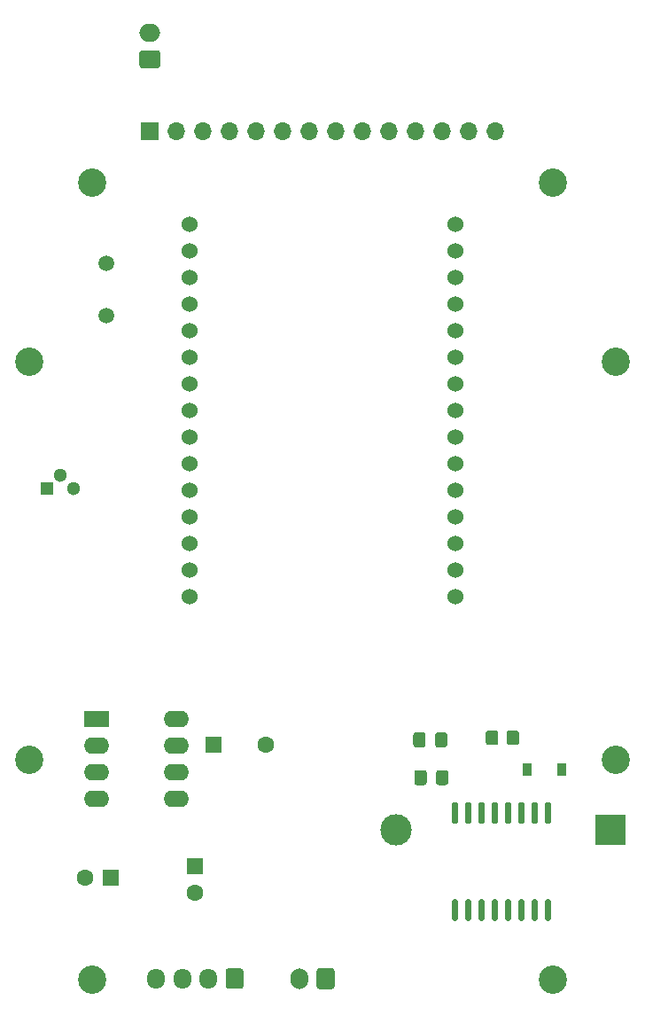
<source format=gbr>
%TF.GenerationSoftware,KiCad,Pcbnew,(5.1.8)-1*%
%TF.CreationDate,2022-11-15T12:17:50-08:00*%
%TF.ProjectId,RetroClock,52657472-6f43-46c6-9f63-6b2e6b696361,rev?*%
%TF.SameCoordinates,Original*%
%TF.FileFunction,Soldermask,Bot*%
%TF.FilePolarity,Negative*%
%FSLAX46Y46*%
G04 Gerber Fmt 4.6, Leading zero omitted, Abs format (unit mm)*
G04 Created by KiCad (PCBNEW (5.1.8)-1) date 2022-11-15 12:17:50*
%MOMM*%
%LPD*%
G01*
G04 APERTURE LIST*
%ADD10C,1.524000*%
%ADD11R,3.000000X3.000000*%
%ADD12C,3.000000*%
%ADD13R,0.900000X1.200000*%
%ADD14R,1.300000X1.300000*%
%ADD15C,1.300000*%
%ADD16C,1.498600*%
%ADD17C,1.600000*%
%ADD18R,1.600000X1.600000*%
%ADD19O,2.000000X1.700000*%
%ADD20O,1.700000X2.000000*%
%ADD21O,1.700000X1.950000*%
%ADD22C,2.700000*%
%ADD23O,2.400000X1.600000*%
%ADD24R,2.400000X1.600000*%
%ADD25O,1.700000X1.700000*%
%ADD26R,1.700000X1.700000*%
G04 APERTURE END LIST*
D10*
%TO.C,U2*%
X177700000Y-80900000D03*
X177700000Y-83440000D03*
X177700000Y-85980000D03*
X177700000Y-88520000D03*
X177700000Y-91060000D03*
X177700000Y-93600000D03*
X177700000Y-96140000D03*
X177700000Y-98680000D03*
X177700000Y-101220000D03*
X177700000Y-103760000D03*
X177700000Y-106300000D03*
X177700000Y-108840000D03*
X177700000Y-111380000D03*
X177700000Y-113920000D03*
X177700000Y-116460000D03*
X152300000Y-80900000D03*
X152300000Y-116460000D03*
X152300000Y-113920000D03*
X152300000Y-111380000D03*
X152300000Y-108840000D03*
X152300000Y-106300000D03*
X152300000Y-103760000D03*
X152300000Y-101220000D03*
X152300000Y-98680000D03*
X152300000Y-96140000D03*
X152300000Y-93600000D03*
X152300000Y-91060000D03*
X152300000Y-88520000D03*
X152300000Y-85980000D03*
X152300000Y-83440000D03*
%TD*%
D11*
%TO.C,BT1*%
X192500000Y-138700000D03*
D12*
X172010000Y-138700000D03*
%TD*%
D13*
%TO.C,D1*%
X184550000Y-132900000D03*
X187850000Y-132900000D03*
%TD*%
%TO.C,C4*%
G36*
G01*
X174950000Y-133225000D02*
X174950000Y-134175000D01*
G75*
G02*
X174700000Y-134425000I-250000J0D01*
G01*
X174025000Y-134425000D01*
G75*
G02*
X173775000Y-134175000I0J250000D01*
G01*
X173775000Y-133225000D01*
G75*
G02*
X174025000Y-132975000I250000J0D01*
G01*
X174700000Y-132975000D01*
G75*
G02*
X174950000Y-133225000I0J-250000D01*
G01*
G37*
G36*
G01*
X177025000Y-133225000D02*
X177025000Y-134175000D01*
G75*
G02*
X176775000Y-134425000I-250000J0D01*
G01*
X176100000Y-134425000D01*
G75*
G02*
X175850000Y-134175000I0J250000D01*
G01*
X175850000Y-133225000D01*
G75*
G02*
X176100000Y-132975000I250000J0D01*
G01*
X176775000Y-132975000D01*
G75*
G02*
X177025000Y-133225000I0J-250000D01*
G01*
G37*
%TD*%
%TO.C,C8*%
G36*
G01*
X174850000Y-129625000D02*
X174850000Y-130575000D01*
G75*
G02*
X174600000Y-130825000I-250000J0D01*
G01*
X173925000Y-130825000D01*
G75*
G02*
X173675000Y-130575000I0J250000D01*
G01*
X173675000Y-129625000D01*
G75*
G02*
X173925000Y-129375000I250000J0D01*
G01*
X174600000Y-129375000D01*
G75*
G02*
X174850000Y-129625000I0J-250000D01*
G01*
G37*
G36*
G01*
X176925000Y-129625000D02*
X176925000Y-130575000D01*
G75*
G02*
X176675000Y-130825000I-250000J0D01*
G01*
X176000000Y-130825000D01*
G75*
G02*
X175750000Y-130575000I0J250000D01*
G01*
X175750000Y-129625000D01*
G75*
G02*
X176000000Y-129375000I250000J0D01*
G01*
X176675000Y-129375000D01*
G75*
G02*
X176925000Y-129625000I0J-250000D01*
G01*
G37*
%TD*%
%TO.C,R12*%
G36*
G01*
X181800000Y-129449999D02*
X181800000Y-130350001D01*
G75*
G02*
X181550001Y-130600000I-249999J0D01*
G01*
X180849999Y-130600000D01*
G75*
G02*
X180600000Y-130350001I0J249999D01*
G01*
X180600000Y-129449999D01*
G75*
G02*
X180849999Y-129200000I249999J0D01*
G01*
X181550001Y-129200000D01*
G75*
G02*
X181800000Y-129449999I0J-249999D01*
G01*
G37*
G36*
G01*
X183800000Y-129449999D02*
X183800000Y-130350001D01*
G75*
G02*
X183550001Y-130600000I-249999J0D01*
G01*
X182849999Y-130600000D01*
G75*
G02*
X182600000Y-130350001I0J249999D01*
G01*
X182600000Y-129449999D01*
G75*
G02*
X182849999Y-129200000I249999J0D01*
G01*
X183550001Y-129200000D01*
G75*
G02*
X183800000Y-129449999I0J-249999D01*
G01*
G37*
%TD*%
%TO.C,U3*%
G36*
G01*
X177505000Y-145325000D02*
X177805000Y-145325000D01*
G75*
G02*
X177955000Y-145475000I0J-150000D01*
G01*
X177955000Y-147225000D01*
G75*
G02*
X177805000Y-147375000I-150000J0D01*
G01*
X177505000Y-147375000D01*
G75*
G02*
X177355000Y-147225000I0J150000D01*
G01*
X177355000Y-145475000D01*
G75*
G02*
X177505000Y-145325000I150000J0D01*
G01*
G37*
G36*
G01*
X178775000Y-145325000D02*
X179075000Y-145325000D01*
G75*
G02*
X179225000Y-145475000I0J-150000D01*
G01*
X179225000Y-147225000D01*
G75*
G02*
X179075000Y-147375000I-150000J0D01*
G01*
X178775000Y-147375000D01*
G75*
G02*
X178625000Y-147225000I0J150000D01*
G01*
X178625000Y-145475000D01*
G75*
G02*
X178775000Y-145325000I150000J0D01*
G01*
G37*
G36*
G01*
X180045000Y-145325000D02*
X180345000Y-145325000D01*
G75*
G02*
X180495000Y-145475000I0J-150000D01*
G01*
X180495000Y-147225000D01*
G75*
G02*
X180345000Y-147375000I-150000J0D01*
G01*
X180045000Y-147375000D01*
G75*
G02*
X179895000Y-147225000I0J150000D01*
G01*
X179895000Y-145475000D01*
G75*
G02*
X180045000Y-145325000I150000J0D01*
G01*
G37*
G36*
G01*
X181315000Y-145325000D02*
X181615000Y-145325000D01*
G75*
G02*
X181765000Y-145475000I0J-150000D01*
G01*
X181765000Y-147225000D01*
G75*
G02*
X181615000Y-147375000I-150000J0D01*
G01*
X181315000Y-147375000D01*
G75*
G02*
X181165000Y-147225000I0J150000D01*
G01*
X181165000Y-145475000D01*
G75*
G02*
X181315000Y-145325000I150000J0D01*
G01*
G37*
G36*
G01*
X182585000Y-145325000D02*
X182885000Y-145325000D01*
G75*
G02*
X183035000Y-145475000I0J-150000D01*
G01*
X183035000Y-147225000D01*
G75*
G02*
X182885000Y-147375000I-150000J0D01*
G01*
X182585000Y-147375000D01*
G75*
G02*
X182435000Y-147225000I0J150000D01*
G01*
X182435000Y-145475000D01*
G75*
G02*
X182585000Y-145325000I150000J0D01*
G01*
G37*
G36*
G01*
X183855000Y-145325000D02*
X184155000Y-145325000D01*
G75*
G02*
X184305000Y-145475000I0J-150000D01*
G01*
X184305000Y-147225000D01*
G75*
G02*
X184155000Y-147375000I-150000J0D01*
G01*
X183855000Y-147375000D01*
G75*
G02*
X183705000Y-147225000I0J150000D01*
G01*
X183705000Y-145475000D01*
G75*
G02*
X183855000Y-145325000I150000J0D01*
G01*
G37*
G36*
G01*
X185125000Y-145325000D02*
X185425000Y-145325000D01*
G75*
G02*
X185575000Y-145475000I0J-150000D01*
G01*
X185575000Y-147225000D01*
G75*
G02*
X185425000Y-147375000I-150000J0D01*
G01*
X185125000Y-147375000D01*
G75*
G02*
X184975000Y-147225000I0J150000D01*
G01*
X184975000Y-145475000D01*
G75*
G02*
X185125000Y-145325000I150000J0D01*
G01*
G37*
G36*
G01*
X186395000Y-145325000D02*
X186695000Y-145325000D01*
G75*
G02*
X186845000Y-145475000I0J-150000D01*
G01*
X186845000Y-147225000D01*
G75*
G02*
X186695000Y-147375000I-150000J0D01*
G01*
X186395000Y-147375000D01*
G75*
G02*
X186245000Y-147225000I0J150000D01*
G01*
X186245000Y-145475000D01*
G75*
G02*
X186395000Y-145325000I150000J0D01*
G01*
G37*
G36*
G01*
X186395000Y-136025000D02*
X186695000Y-136025000D01*
G75*
G02*
X186845000Y-136175000I0J-150000D01*
G01*
X186845000Y-137925000D01*
G75*
G02*
X186695000Y-138075000I-150000J0D01*
G01*
X186395000Y-138075000D01*
G75*
G02*
X186245000Y-137925000I0J150000D01*
G01*
X186245000Y-136175000D01*
G75*
G02*
X186395000Y-136025000I150000J0D01*
G01*
G37*
G36*
G01*
X185125000Y-136025000D02*
X185425000Y-136025000D01*
G75*
G02*
X185575000Y-136175000I0J-150000D01*
G01*
X185575000Y-137925000D01*
G75*
G02*
X185425000Y-138075000I-150000J0D01*
G01*
X185125000Y-138075000D01*
G75*
G02*
X184975000Y-137925000I0J150000D01*
G01*
X184975000Y-136175000D01*
G75*
G02*
X185125000Y-136025000I150000J0D01*
G01*
G37*
G36*
G01*
X183855000Y-136025000D02*
X184155000Y-136025000D01*
G75*
G02*
X184305000Y-136175000I0J-150000D01*
G01*
X184305000Y-137925000D01*
G75*
G02*
X184155000Y-138075000I-150000J0D01*
G01*
X183855000Y-138075000D01*
G75*
G02*
X183705000Y-137925000I0J150000D01*
G01*
X183705000Y-136175000D01*
G75*
G02*
X183855000Y-136025000I150000J0D01*
G01*
G37*
G36*
G01*
X182585000Y-136025000D02*
X182885000Y-136025000D01*
G75*
G02*
X183035000Y-136175000I0J-150000D01*
G01*
X183035000Y-137925000D01*
G75*
G02*
X182885000Y-138075000I-150000J0D01*
G01*
X182585000Y-138075000D01*
G75*
G02*
X182435000Y-137925000I0J150000D01*
G01*
X182435000Y-136175000D01*
G75*
G02*
X182585000Y-136025000I150000J0D01*
G01*
G37*
G36*
G01*
X181315000Y-136025000D02*
X181615000Y-136025000D01*
G75*
G02*
X181765000Y-136175000I0J-150000D01*
G01*
X181765000Y-137925000D01*
G75*
G02*
X181615000Y-138075000I-150000J0D01*
G01*
X181315000Y-138075000D01*
G75*
G02*
X181165000Y-137925000I0J150000D01*
G01*
X181165000Y-136175000D01*
G75*
G02*
X181315000Y-136025000I150000J0D01*
G01*
G37*
G36*
G01*
X180045000Y-136025000D02*
X180345000Y-136025000D01*
G75*
G02*
X180495000Y-136175000I0J-150000D01*
G01*
X180495000Y-137925000D01*
G75*
G02*
X180345000Y-138075000I-150000J0D01*
G01*
X180045000Y-138075000D01*
G75*
G02*
X179895000Y-137925000I0J150000D01*
G01*
X179895000Y-136175000D01*
G75*
G02*
X180045000Y-136025000I150000J0D01*
G01*
G37*
G36*
G01*
X178775000Y-136025000D02*
X179075000Y-136025000D01*
G75*
G02*
X179225000Y-136175000I0J-150000D01*
G01*
X179225000Y-137925000D01*
G75*
G02*
X179075000Y-138075000I-150000J0D01*
G01*
X178775000Y-138075000D01*
G75*
G02*
X178625000Y-137925000I0J150000D01*
G01*
X178625000Y-136175000D01*
G75*
G02*
X178775000Y-136025000I150000J0D01*
G01*
G37*
G36*
G01*
X177505000Y-136025000D02*
X177805000Y-136025000D01*
G75*
G02*
X177955000Y-136175000I0J-150000D01*
G01*
X177955000Y-137925000D01*
G75*
G02*
X177805000Y-138075000I-150000J0D01*
G01*
X177505000Y-138075000D01*
G75*
G02*
X177355000Y-137925000I0J150000D01*
G01*
X177355000Y-136175000D01*
G75*
G02*
X177505000Y-136025000I150000J0D01*
G01*
G37*
%TD*%
D14*
%TO.C,Q1*%
X138700000Y-106100000D03*
D15*
X141240000Y-106100000D03*
X139970000Y-104830000D03*
%TD*%
D16*
%TO.C,SW1*%
X144300000Y-89603800D03*
X144300000Y-84600000D03*
%TD*%
D17*
%TO.C,C7*%
X152800000Y-144700000D03*
D18*
X152800000Y-142200000D03*
%TD*%
D19*
%TO.C,J4*%
X148500000Y-62600000D03*
G36*
G01*
X149250000Y-65950000D02*
X147750000Y-65950000D01*
G75*
G02*
X147500000Y-65700000I0J250000D01*
G01*
X147500000Y-64500000D01*
G75*
G02*
X147750000Y-64250000I250000J0D01*
G01*
X149250000Y-64250000D01*
G75*
G02*
X149500000Y-64500000I0J-250000D01*
G01*
X149500000Y-65700000D01*
G75*
G02*
X149250000Y-65950000I-250000J0D01*
G01*
G37*
%TD*%
D20*
%TO.C,J3*%
X162800000Y-152900000D03*
G36*
G01*
X166150000Y-152150000D02*
X166150000Y-153650000D01*
G75*
G02*
X165900000Y-153900000I-250000J0D01*
G01*
X164700000Y-153900000D01*
G75*
G02*
X164450000Y-153650000I0J250000D01*
G01*
X164450000Y-152150000D01*
G75*
G02*
X164700000Y-151900000I250000J0D01*
G01*
X165900000Y-151900000D01*
G75*
G02*
X166150000Y-152150000I0J-250000D01*
G01*
G37*
%TD*%
D21*
%TO.C,J2*%
X149100000Y-152900000D03*
X151600000Y-152900000D03*
X154100000Y-152900000D03*
G36*
G01*
X157450000Y-152175000D02*
X157450000Y-153625000D01*
G75*
G02*
X157200000Y-153875000I-250000J0D01*
G01*
X156000000Y-153875000D01*
G75*
G02*
X155750000Y-153625000I0J250000D01*
G01*
X155750000Y-152175000D01*
G75*
G02*
X156000000Y-151925000I250000J0D01*
G01*
X157200000Y-151925000D01*
G75*
G02*
X157450000Y-152175000I0J-250000D01*
G01*
G37*
%TD*%
D22*
%TO.C,H8*%
X193000000Y-132000000D03*
%TD*%
%TO.C,H7*%
X193000000Y-94000000D03*
%TD*%
%TO.C,H6*%
X137000000Y-132000000D03*
%TD*%
%TO.C,H5*%
X137000000Y-94000000D03*
%TD*%
D23*
%TO.C,U1*%
X151020000Y-128100000D03*
X143400000Y-135720000D03*
X151020000Y-130640000D03*
X143400000Y-133180000D03*
X151020000Y-133180000D03*
X143400000Y-130640000D03*
X151020000Y-135720000D03*
D24*
X143400000Y-128100000D03*
%TD*%
D25*
%TO.C,J1*%
X181520000Y-72000000D03*
X178980000Y-72000000D03*
X176440000Y-72000000D03*
X173900000Y-72000000D03*
X171360000Y-72000000D03*
X168820000Y-72000000D03*
X166280000Y-72000000D03*
X163740000Y-72000000D03*
X161200000Y-72000000D03*
X158660000Y-72000000D03*
X156120000Y-72000000D03*
X153580000Y-72000000D03*
X151040000Y-72000000D03*
D26*
X148500000Y-72000000D03*
%TD*%
D22*
%TO.C,H4*%
X187000000Y-76900000D03*
%TD*%
%TO.C,H3*%
X187000000Y-153000000D03*
%TD*%
%TO.C,H2*%
X143000000Y-76900000D03*
%TD*%
%TO.C,H1*%
X143000000Y-153000000D03*
%TD*%
D17*
%TO.C,C5*%
X159600000Y-130600000D03*
D18*
X154600000Y-130600000D03*
%TD*%
D17*
%TO.C,C3*%
X142300000Y-143300000D03*
D18*
X144800000Y-143300000D03*
%TD*%
M02*

</source>
